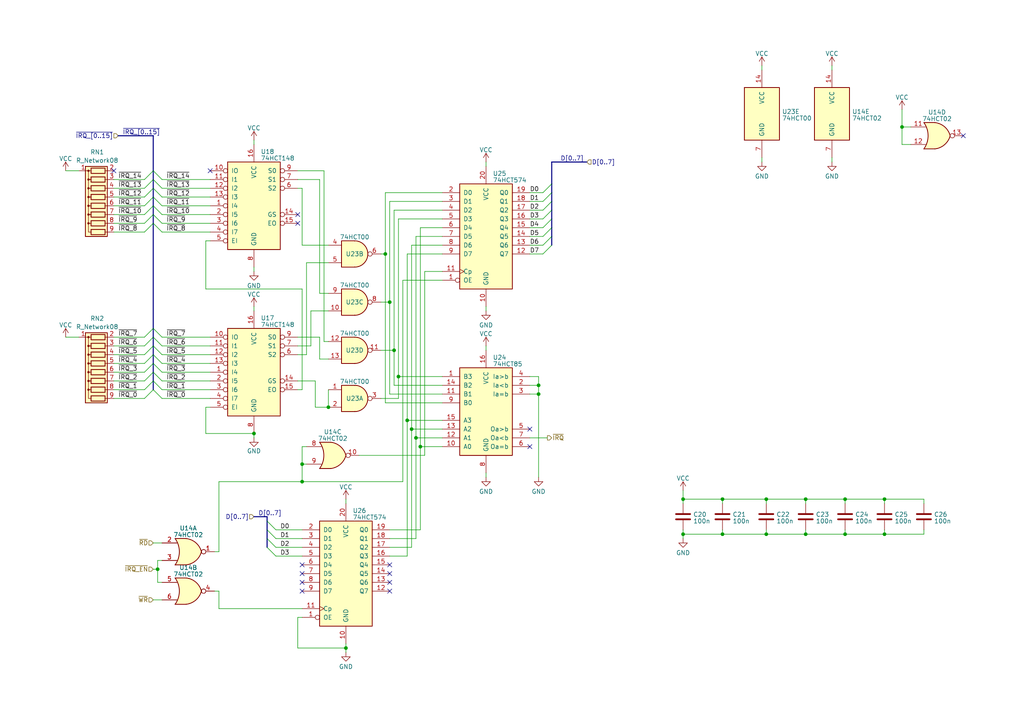
<source format=kicad_sch>
(kicad_sch (version 20231120) (generator "eeschema") (generator_version "8.0")
  (paper "A4")
  (title_block (title "IRQ Handler") (date "2024-02-03") (rev "1") (company "Eric Lind"))
  (lib_symbols
    (symbol "74xx:74HCT02" (pin_names (offset 1.016))
      (property "Reference" "U" (at 0 1.27 0))
      (property "Value" "74HCT02" (at 0 -1.27 0))
      (symbol "74HCT02_1_1"
        (arc (start -3.81 -3.81) (mid -2.589 0) (end -3.81 3.81) (stroke (width 0.254)))
        (arc (start -0.6096 -3.81) (mid 2.1842 -2.5851) (end 3.81 0) (stroke (width 0.254)) (fill (type background)))
        (polyline (pts (xy -3.81 -3.81) (xy -0.635 -3.81)) (stroke (width 0.254)) (fill (type background)))
        (polyline (pts (xy -3.81 3.81) (xy -0.635 3.81)) (stroke (width 0.254)) (fill (type background)))
        (polyline (pts (xy -0.635 3.81) (xy -3.81 3.81) (xy -3.81 3.81) (xy -3.556 3.4036) (xy -3.0226 2.2606) (xy -2.6924 1.0414) (xy -2.6162 -0.254) (xy -2.7686 -1.4986) (xy -3.175 -2.7178) (xy -3.81 -3.81) (xy -3.81 -3.81) (xy -0.635 -3.81)) (stroke (width -25.4)) (fill (type background)))
        (arc (start 3.81 0) (mid 2.1915 2.5936) (end -0.6096 3.81) (stroke (width 0.254)) (fill (type background)))
        (pin output inverted (at 7.62 0 180) (length 3.81) (name "~") (number "1"))
        (pin input line (at -7.62 2.54 0) (length 4.318) (name "~") (number "2"))
        (pin input line (at -7.62 -2.54 0) (length 4.318) (name "~") (number "3"))
      )
      (symbol "74HCT02_1_2"
        (arc (start 0 -3.81) (mid 3.7934 0) (end 0 3.81) (stroke (width 0.254)) (fill (type background)))
        (polyline (pts (xy 0 3.81) (xy -3.81 3.81) (xy -3.81 -3.81) (xy 0 -3.81)) (stroke (width 0.254)) (fill (type background)))
        (pin output line (at 7.62 0 180) (length 3.81) (name "~") (number "1"))
        (pin input inverted (at -7.62 2.54 0) (length 3.81) (name "~") (number "2"))
        (pin input inverted (at -7.62 -2.54 0) (length 3.81) (name "~") (number "3"))
      )
      (symbol "74HCT02_2_1"
        (arc (start -3.81 -3.81) (mid -2.589 0) (end -3.81 3.81) (stroke (width 0.254)))
        (arc (start -0.6096 -3.81) (mid 2.1842 -2.5851) (end 3.81 0) (stroke (width 0.254)) (fill (type background)))
        (polyline (pts (xy -3.81 -3.81) (xy -0.635 -3.81)) (stroke (width 0.254)) (fill (type background)))
        (polyline (pts (xy -3.81 3.81) (xy -0.635 3.81)) (stroke (width 0.254)) (fill (type background)))
        (polyline (pts (xy -0.635 3.81) (xy -3.81 3.81) (xy -3.81 3.81) (xy -3.556 3.4036) (xy -3.0226 2.2606) (xy -2.6924 1.0414) (xy -2.6162 -0.254) (xy -2.7686 -1.4986) (xy -3.175 -2.7178) (xy -3.81 -3.81) (xy -3.81 -3.81) (xy -0.635 -3.81)) (stroke (width -25.4)) (fill (type background)))
        (arc (start 3.81 0) (mid 2.1915 2.5936) (end -0.6096 3.81) (stroke (width 0.254)) (fill (type background)))
        (pin output inverted (at 7.62 0 180) (length 3.81) (name "~") (number "4"))
        (pin input line (at -7.62 2.54 0) (length 4.318) (name "~") (number "5"))
        (pin input line (at -7.62 -2.54 0) (length 4.318) (name "~") (number "6"))
      )
      (symbol "74HCT02_2_2"
        (arc (start 0 -3.81) (mid 3.7934 0) (end 0 3.81) (stroke (width 0.254)) (fill (type background)))
        (polyline (pts (xy 0 3.81) (xy -3.81 3.81) (xy -3.81 -3.81) (xy 0 -3.81)) (stroke (width 0.254)) (fill (type background)))
        (pin output line (at 7.62 0 180) (length 3.81) (name "~") (number "4"))
        (pin input inverted (at -7.62 2.54 0) (length 3.81) (name "~") (number "5"))
        (pin input inverted (at -7.62 -2.54 0) (length 3.81) (name "~") (number "6"))
      )
      (symbol "74HCT02_3_1"
        (arc (start -3.81 -3.81) (mid -2.589 0) (end -3.81 3.81) (stroke (width 0.254)))
        (arc (start -0.6096 -3.81) (mid 2.1842 -2.5851) (end 3.81 0) (stroke (width 0.254)) (fill (type background)))
        (polyline (pts (xy -3.81 -3.81) (xy -0.635 -3.81)) (stroke (width 0.254)) (fill (type background)))
        (polyline (pts (xy -3.81 3.81) (xy -0.635 3.81)) (stroke (width 0.254)) (fill (type background)))
        (polyline (pts (xy -0.635 3.81) (xy -3.81 3.81) (xy -3.81 3.81) (xy -3.556 3.4036) (xy -3.0226 2.2606) (xy -2.6924 1.0414) (xy -2.6162 -0.254) (xy -2.7686 -1.4986) (xy -3.175 -2.7178) (xy -3.81 -3.81) (xy -3.81 -3.81) (xy -0.635 -3.81)) (stroke (width -25.4)) (fill (type background)))
        (arc (start 3.81 0) (mid 2.1915 2.5936) (end -0.6096 3.81) (stroke (width 0.254)) (fill (type background)))
        (pin output inverted (at 7.62 0 180) (length 3.81) (name "~") (number "10"))
        (pin input line (at -7.62 2.54 0) (length 4.318) (name "~") (number "8"))
        (pin input line (at -7.62 -2.54 0) (length 4.318) (name "~") (number "9"))
      )
      (symbol "74HCT02_3_2"
        (arc (start 0 -3.81) (mid 3.7934 0) (end 0 3.81) (stroke (width 0.254)) (fill (type background)))
        (polyline (pts (xy 0 3.81) (xy -3.81 3.81) (xy -3.81 -3.81) (xy 0 -3.81)) (stroke (width 0.254)) (fill (type background)))
        (pin output line (at 7.62 0 180) (length 3.81) (name "~") (number "10"))
        (pin input inverted (at -7.62 2.54 0) (length 3.81) (name "~") (number "8"))
        (pin input inverted (at -7.62 -2.54 0) (length 3.81) (name "~") (number "9"))
      )
      (symbol "74HCT02_4_1"
        (arc (start -3.81 -3.81) (mid -2.589 0) (end -3.81 3.81) (stroke (width 0.254)))
        (arc (start -0.6096 -3.81) (mid 2.1842 -2.5851) (end 3.81 0) (stroke (width 0.254)) (fill (type background)))
        (polyline (pts (xy -3.81 -3.81) (xy -0.635 -3.81)) (stroke (width 0.254)) (fill (type background)))
        (polyline (pts (xy -3.81 3.81) (xy -0.635 3.81)) (stroke (width 0.254)) (fill (type background)))
        (polyline (pts (xy -0.635 3.81) (xy -3.81 3.81) (xy -3.81 3.81) (xy -3.556 3.4036) (xy -3.0226 2.2606) (xy -2.6924 1.0414) (xy -2.6162 -0.254) (xy -2.7686 -1.4986) (xy -3.175 -2.7178) (xy -3.81 -3.81) (xy -3.81 -3.81) (xy -0.635 -3.81)) (stroke (width -25.4)) (fill (type background)))
        (arc (start 3.81 0) (mid 2.1915 2.5936) (end -0.6096 3.81) (stroke (width 0.254)) (fill (type background)))
        (pin input line (at -7.62 2.54 0) (length 4.318) (name "~") (number "11"))
        (pin input line (at -7.62 -2.54 0) (length 4.318) (name "~") (number "12"))
        (pin output inverted (at 7.62 0 180) (length 3.81) (name "~") (number "13"))
      )
      (symbol "74HCT02_4_2"
        (arc (start 0 -3.81) (mid 3.7934 0) (end 0 3.81) (stroke (width 0.254)) (fill (type background)))
        (polyline (pts (xy 0 3.81) (xy -3.81 3.81) (xy -3.81 -3.81) (xy 0 -3.81)) (stroke (width 0.254)) (fill (type background)))
        (pin input inverted (at -7.62 2.54 0) (length 3.81) (name "~") (number "11"))
        (pin input inverted (at -7.62 -2.54 0) (length 3.81) (name "~") (number "12"))
        (pin output line (at 7.62 0 180) (length 3.81) (name "~") (number "13"))
      )
      (symbol "74HCT02_5_0"
        (pin power_in line (at 0 12.7 270) (length 5.08) (name "VCC") (number "14"))
        (pin power_in line (at 0 -12.7 90) (length 5.08) (name "GND") (number "7"))
      )
      (symbol "74HCT02_5_1"
        (rectangle (start -5.08 7.62) (end 5.08 -7.62) (stroke (width 0.254)) (fill (type background)))
      )
    )
    (symbol "74xx:74LS00" (pin_names (offset 1.016))
      (property "Reference" "U" (at 0 1.27 0))
      (property "Value" "74LS00" (at 0 -1.27 0))
      (symbol "74LS00_1_1"
        (arc (start 0 -3.81) (mid 3.7934 0) (end 0 3.81) (stroke (width 0.254)) (fill (type background)))
        (polyline (pts (xy 0 3.81) (xy -3.81 3.81) (xy -3.81 -3.81) (xy 0 -3.81)) (stroke (width 0.254)) (fill (type background)))
        (pin input line (at -7.62 2.54 0) (length 3.81) (name "~") (number "1"))
        (pin input line (at -7.62 -2.54 0) (length 3.81) (name "~") (number "2"))
        (pin output inverted (at 7.62 0 180) (length 3.81) (name "~") (number "3"))
      )
      (symbol "74LS00_1_2"
        (arc (start -3.81 -3.81) (mid -2.589 0) (end -3.81 3.81) (stroke (width 0.254)))
        (arc (start -0.6096 -3.81) (mid 2.1842 -2.5851) (end 3.81 0) (stroke (width 0.254)) (fill (type background)))
        (polyline (pts (xy -3.81 -3.81) (xy -0.635 -3.81)) (stroke (width 0.254)) (fill (type background)))
        (polyline (pts (xy -3.81 3.81) (xy -0.635 3.81)) (stroke (width 0.254)) (fill (type background)))
        (polyline (pts (xy -0.635 3.81) (xy -3.81 3.81) (xy -3.81 3.81) (xy -3.556 3.4036) (xy -3.0226 2.2606) (xy -2.6924 1.0414) (xy -2.6162 -0.254) (xy -2.7686 -1.4986) (xy -3.175 -2.7178) (xy -3.81 -3.81) (xy -3.81 -3.81) (xy -0.635 -3.81)) (stroke (width -25.4)) (fill (type background)))
        (arc (start 3.81 0) (mid 2.1915 2.5936) (end -0.6096 3.81) (stroke (width 0.254)) (fill (type background)))
        (pin input inverted (at -7.62 2.54 0) (length 4.318) (name "~") (number "1"))
        (pin input inverted (at -7.62 -2.54 0) (length 4.318) (name "~") (number "2"))
        (pin output line (at 7.62 0 180) (length 3.81) (name "~") (number "3"))
      )
      (symbol "74LS00_2_1"
        (arc (start 0 -3.81) (mid 3.7934 0) (end 0 3.81) (stroke (width 0.254)) (fill (type background)))
        (polyline (pts (xy 0 3.81) (xy -3.81 3.81) (xy -3.81 -3.81) (xy 0 -3.81)) (stroke (width 0.254)) (fill (type background)))
        (pin input line (at -7.62 2.54 0) (length 3.81) (name "~") (number "4"))
        (pin input line (at -7.62 -2.54 0) (length 3.81) (name "~") (number "5"))
        (pin output inverted (at 7.62 0 180) (length 3.81) (name "~") (number "6"))
      )
      (symbol "74LS00_2_2"
        (arc (start -3.81 -3.81) (mid -2.589 0) (end -3.81 3.81) (stroke (width 0.254)))
        (arc (start -0.6096 -3.81) (mid 2.1842 -2.5851) (end 3.81 0) (stroke (width 0.254)) (fill (type background)))
        (polyline (pts (xy -3.81 -3.81) (xy -0.635 -3.81)) (stroke (width 0.254)) (fill (type background)))
        (polyline (pts (xy -3.81 3.81) (xy -0.635 3.81)) (stroke (width 0.254)) (fill (type background)))
        (polyline (pts (xy -0.635 3.81) (xy -3.81 3.81) (xy -3.81 3.81) (xy -3.556 3.4036) (xy -3.0226 2.2606) (xy -2.6924 1.0414) (xy -2.6162 -0.254) (xy -2.7686 -1.4986) (xy -3.175 -2.7178) (xy -3.81 -3.81) (xy -3.81 -3.81) (xy -0.635 -3.81)) (stroke (width -25.4)) (fill (type background)))
        (arc (start 3.81 0) (mid 2.1915 2.5936) (end -0.6096 3.81) (stroke (width 0.254)) (fill (type background)))
        (pin input inverted (at -7.62 2.54 0) (length 4.318) (name "~") (number "4"))
        (pin input inverted (at -7.62 -2.54 0) (length 4.318) (name "~") (number "5"))
        (pin output line (at 7.62 0 180) (length 3.81) (name "~") (number "6"))
      )
      (symbol "74LS00_3_1"
        (arc (start 0 -3.81) (mid 3.7934 0) (end 0 3.81) (stroke (width 0.254)) (fill (type background)))
        (polyline (pts (xy 0 3.81) (xy -3.81 3.81) (xy -3.81 -3.81) (xy 0 -3.81)) (stroke (width 0.254)) (fill (type background)))
        (pin input line (at -7.62 -2.54 0) (length 3.81) (name "~") (number "10"))
        (pin output inverted (at 7.62 0 180) (length 3.81) (name "~") (number "8"))
        (pin input line (at -7.62 2.54 0) (length 3.81) (name "~") (number "9"))
      )
      (symbol "74LS00_3_2"
        (arc (start -3.81 -3.81) (mid -2.589 0) (end -3.81 3.81) (stroke (width 0.254)))
        (arc (start -0.6096 -3.81) (mid 2.1842 -2.5851) (end 3.81 0) (stroke (width 0.254)) (fill (type background)))
        (polyline (pts (xy -3.81 -3.81) (xy -0.635 -3.81)) (stroke (width 0.254)) (fill (type background)))
        (polyline (pts (xy -3.81 3.81) (xy -0.635 3.81)) (stroke (width 0.254)) (fill (type background)))
        (polyline (pts (xy -0.635 3.81) (xy -3.81 3.81) (xy -3.81 3.81) (xy -3.556 3.4036) (xy -3.0226 2.2606) (xy -2.6924 1.0414) (xy -2.6162 -0.254) (xy -2.7686 -1.4986) (xy -3.175 -2.7178) (xy -3.81 -3.81) (xy -3.81 -3.81) (xy -0.635 -3.81)) (stroke (width -25.4)) (fill (type background)))
        (arc (start 3.81 0) (mid 2.1915 2.5936) (end -0.6096 3.81) (stroke (width 0.254)) (fill (type background)))
        (pin input inverted (at -7.62 -2.54 0) (length 4.318) (name "~") (number "10"))
        (pin output line (at 7.62 0 180) (length 3.81) (name "~") (number "8"))
        (pin input inverted (at -7.62 2.54 0) (length 4.318) (name "~") (number "9"))
      )
      (symbol "74LS00_4_1"
        (arc (start 0 -3.81) (mid 3.7934 0) (end 0 3.81) (stroke (width 0.254)) (fill (type background)))
        (polyline (pts (xy 0 3.81) (xy -3.81 3.81) (xy -3.81 -3.81) (xy 0 -3.81)) (stroke (width 0.254)) (fill (type background)))
        (pin output inverted (at 7.62 0 180) (length 3.81) (name "~") (number "11"))
        (pin input line (at -7.62 2.54 0) (length 3.81) (name "~") (number "12"))
        (pin input line (at -7.62 -2.54 0) (length 3.81) (name "~") (number "13"))
      )
      (symbol "74LS00_4_2"
        (arc (start -3.81 -3.81) (mid -2.589 0) (end -3.81 3.81) (stroke (width 0.254)))
        (arc (start -0.6096 -3.81) (mid 2.1842 -2.5851) (end 3.81 0) (stroke (width 0.254)) (fill (type background)))
        (polyline (pts (xy -3.81 -3.81) (xy -0.635 -3.81)) (stroke (width 0.254)) (fill (type background)))
        (polyline (pts (xy -3.81 3.81) (xy -0.635 3.81)) (stroke (width 0.254)) (fill (type background)))
        (polyline (pts (xy -0.635 3.81) (xy -3.81 3.81) (xy -3.81 3.81) (xy -3.556 3.4036) (xy -3.0226 2.2606) (xy -2.6924 1.0414) (xy -2.6162 -0.254) (xy -2.7686 -1.4986) (xy -3.175 -2.7178) (xy -3.81 -3.81) (xy -3.81 -3.81) (xy -0.635 -3.81)) (stroke (width -25.4)) (fill (type background)))
        (arc (start 3.81 0) (mid 2.1915 2.5936) (end -0.6096 3.81) (stroke (width 0.254)) (fill (type background)))
        (pin output line (at 7.62 0 180) (length 3.81) (name "~") (number "11"))
        (pin input inverted (at -7.62 2.54 0) (length 4.318) (name "~") (number "12"))
        (pin input inverted (at -7.62 -2.54 0) (length 4.318) (name "~") (number "13"))
      )
      (symbol "74LS00_5_0"
        (pin power_in line (at 0 12.7 270) (length 5.08) (name "VCC") (number "14"))
        (pin power_in line (at 0 -12.7 90) (length 5.08) (name "GND") (number "7"))
      )
      (symbol "74LS00_5_1"
        (rectangle (start -5.08 7.62) (end 5.08 -7.62) (stroke (width 0.254)) (fill (type background)))
      )
    )
    (symbol "74xx:74LS148" (pin_names (offset 1.016))
      (property "Reference" "U" (at -7.62 13.97 0))
      (property "Value" "74LS148" (at -7.62 -13.97 0))
      (symbol "74LS148_1_0"
        (pin input inverted (at -12.7 0 0) (length 5.08) (name "I4") (number "1"))
        (pin input inverted (at -12.7 10.16 0) (length 5.08) (name "IO") (number "10"))
        (pin input inverted (at -12.7 7.62 0) (length 5.08) (name "I1") (number "11"))
        (pin input inverted (at -12.7 5.08 0) (length 5.08) (name "I2") (number "12"))
        (pin input inverted (at -12.7 2.54 0) (length 5.08) (name "I3") (number "13"))
        (pin output inverted (at 12.7 -2.54 180) (length 5.08) (name "GS") (number "14"))
        (pin output inverted (at 12.7 -5.08 180) (length 5.08) (name "EO") (number "15"))
        (pin power_in line (at 0 17.78 270) (length 5.08) (name "VCC") (number "16"))
        (pin input inverted (at -12.7 -2.54 0) (length 5.08) (name "I5") (number "2"))
        (pin input inverted (at -12.7 -5.08 0) (length 5.08) (name "I6") (number "3"))
        (pin input inverted (at -12.7 -7.62 0) (length 5.08) (name "I7") (number "4"))
        (pin input inverted (at -12.7 -10.16 0) (length 5.08) (name "EI") (number "5"))
        (pin output inverted (at 12.7 5.08 180) (length 5.08) (name "S2") (number "6"))
        (pin output inverted (at 12.7 7.62 180) (length 5.08) (name "S1") (number "7"))
        (pin power_in line (at 0 -17.78 90) (length 5.08) (name "GND") (number "8"))
        (pin output inverted (at 12.7 10.16 180) (length 5.08) (name "S0") (number "9"))
      )
      (symbol "74LS148_1_1"
        (rectangle (start -7.62 12.7) (end 7.62 -12.7) (stroke (width 0.254)) (fill (type background)))
      )
    )
    (symbol "74xx:74LS574" (pin_names (offset 1.016))
      (property "Reference" "U" (at -7.62 16.51 0))
      (property "Value" "74LS574" (at -7.62 -16.51 0))
      (symbol "74LS574_1_0"
        (pin input inverted (at -12.7 -12.7 0) (length 5.08) (name "OE") (number "1"))
        (pin power_in line (at 0 -20.32 90) (length 5.08) (name "GND") (number "10"))
        (pin input clock (at -12.7 -10.16 0) (length 5.08) (name "Cp") (number "11"))
        (pin tri_state line (at 12.7 -5.08 180) (length 5.08) (name "Q7") (number "12"))
        (pin tri_state line (at 12.7 -2.54 180) (length 5.08) (name "Q6") (number "13"))
        (pin tri_state line (at 12.7 0 180) (length 5.08) (name "Q5") (number "14"))
        (pin tri_state line (at 12.7 2.54 180) (length 5.08) (name "Q4") (number "15"))
        (pin tri_state line (at 12.7 5.08 180) (length 5.08) (name "Q3") (number "16"))
        (pin tri_state line (at 12.7 7.62 180) (length 5.08) (name "Q2") (number "17"))
        (pin tri_state line (at 12.7 10.16 180) (length 5.08) (name "Q1") (number "18"))
        (pin tri_state line (at 12.7 12.7 180) (length 5.08) (name "Q0") (number "19"))
        (pin input line (at -12.7 12.7 0) (length 5.08) (name "D0") (number "2"))
        (pin power_in line (at 0 20.32 270) (length 5.08) (name "VCC") (number "20"))
        (pin input line (at -12.7 10.16 0) (length 5.08) (name "D1") (number "3"))
        (pin input line (at -12.7 7.62 0) (length 5.08) (name "D2") (number "4"))
        (pin input line (at -12.7 5.08 0) (length 5.08) (name "D3") (number "5"))
        (pin input line (at -12.7 2.54 0) (length 5.08) (name "D4") (number "6"))
        (pin input line (at -12.7 0 0) (length 5.08) (name "D5") (number "7"))
        (pin input line (at -12.7 -2.54 0) (length 5.08) (name "D6") (number "8"))
        (pin input line (at -12.7 -5.08 0) (length 5.08) (name "D7") (number "9"))
      )
      (symbol "74LS574_1_1"
        (rectangle (start -7.62 15.24) (end 7.62 -15.24) (stroke (width 0.254)) (fill (type background)))
      )
    )
    (symbol "74xx:74LS85" (pin_names (offset 1.016))
      (property "Reference" "U" (at -7.62 13.97 0))
      (property "Value" "74LS85" (at -7.62 -13.97 0))
      (symbol "74LS85_1_0"
        (pin input line (at -12.7 10.16 0) (length 5.08) (name "B3") (number "1"))
        (pin input line (at -12.7 -10.16 0) (length 5.08) (name "A0") (number "10"))
        (pin input line (at -12.7 5.08 0) (length 5.08) (name "B1") (number "11"))
        (pin input line (at -12.7 -7.62 0) (length 5.08) (name "A1") (number "12"))
        (pin input line (at -12.7 -5.08 0) (length 5.08) (name "A2") (number "13"))
        (pin input line (at -12.7 7.62 0) (length 5.08) (name "B2") (number "14"))
        (pin input line (at -12.7 -2.54 0) (length 5.08) (name "A3") (number "15"))
        (pin power_in line (at 0 17.78 270) (length 5.08) (name "VCC") (number "16"))
        (pin input line (at 12.7 7.62 180) (length 5.08) (name "Ia<b") (number "2"))
        (pin input line (at 12.7 5.08 180) (length 5.08) (name "Ia=b") (number "3"))
        (pin input line (at 12.7 10.16 180) (length 5.08) (name "Ia>b") (number "4"))
        (pin output line (at 12.7 -5.08 180) (length 5.08) (name "Oa>b") (number "5"))
        (pin output line (at 12.7 -10.16 180) (length 5.08) (name "Oa=b") (number "6"))
        (pin output line (at 12.7 -7.62 180) (length 5.08) (name "Oa<b") (number "7"))
        (pin power_in line (at 0 -17.78 90) (length 5.08) (name "GND") (number "8"))
        (pin input line (at -12.7 2.54 0) (length 5.08) (name "B0") (number "9"))
      )
      (symbol "74LS85_1_1"
        (rectangle (start -7.62 12.7) (end 7.62 -12.7) (stroke (width 0.254)) (fill (type background)))
      )
    )
    (symbol "Device:C" (pin_numbers hide) (pin_names (offset 0.254))
      (property "Reference" "C" (at 0.635 2.54 0))
      (property "Value" "C" (at 0.635 -2.54 0))
      (symbol "C_0_1"
        (polyline (pts (xy -2.032 -0.762) (xy 2.032 -0.762)) (stroke (width 0.508)))
        (polyline (pts (xy -2.032 0.762) (xy 2.032 0.762)) (stroke (width 0.508)))
      )
      (symbol "C_1_1"
        (pin passive line (at 0 3.81 270) (length 2.794) (name "~") (number "1"))
        (pin passive line (at 0 -3.81 90) (length 2.794) (name "~") (number "2"))
      )
    )
    (symbol "Device:R_Network08" (pin_names (offset 0) hide)
      (property "Reference" "RN" (at -12.7 0 90))
      (property "Value" "R_Network08" (at 10.16 0 90))
      (symbol "R_Network08_0_1"
        (rectangle (start -11.43 -3.175) (end 8.89 3.175) (stroke (width 0.254)) (fill (type background)))
        (rectangle (start -10.922 1.524) (end -9.398 -2.54) (stroke (width 0.254)))
        (circle (center -10.16 2.286) (radius 0.254) (fill (type outline)))
        (rectangle (start -8.382 1.524) (end -6.858 -2.54) (stroke (width 0.254)))
        (circle (center -7.62 2.286) (radius 0.254) (fill (type outline)))
        (rectangle (start -5.842 1.524) (end -4.318 -2.54) (stroke (width 0.254)))
        (circle (center -5.08 2.286) (radius 0.254) (fill (type outline)))
        (rectangle (start -3.302 1.524) (end -1.778 -2.54) (stroke (width 0.254)))
        (circle (center -2.54 2.286) (radius 0.254) (fill (type outline)))
        (rectangle (start -0.762 1.524) (end 0.762 -2.54) (stroke (width 0.254)))
        (polyline (pts (xy -10.16 -2.54) (xy -10.16 -3.81)))
        (polyline (pts (xy -7.62 -2.54) (xy -7.62 -3.81)))
        (polyline (pts (xy -5.08 -2.54) (xy -5.08 -3.81)))
        (polyline (pts (xy -2.54 -2.54) (xy -2.54 -3.81)))
        (polyline (pts (xy 0 -2.54) (xy 0 -3.81)))
        (polyline (pts (xy 2.54 -2.54) (xy 2.54 -3.81)))
        (polyline (pts (xy 5.08 -2.54) (xy 5.08 -3.81)))
        (polyline (pts (xy 7.62 -2.54) (xy 7.62 -3.81)))
        (polyline (pts (xy -10.16 1.524) (xy -10.16 2.286) (xy -7.62 2.286) (xy -7.62 1.524)))
        (polyline (pts (xy -7.62 1.524) (xy -7.62 2.286) (xy -5.08 2.286) (xy -5.08 1.524)))
        (polyline (pts (xy -5.08 1.524) (xy -5.08 2.286) (xy -2.54 2.286) (xy -2.54 1.524)))
        (polyline (pts (xy -2.54 1.524) (xy -2.54 2.286) (xy 0 2.286) (xy 0 1.524)))
        (polyline (pts (xy 0 1.524) (xy 0 2.286) (xy 2.54 2.286) (xy 2.54 1.524)))
        (polyline (pts (xy 2.54 1.524) (xy 2.54 2.286) (xy 5.08 2.286) (xy 5.08 1.524)))
        (polyline (pts (xy 5.08 1.524) (xy 5.08 2.286) (xy 7.62 2.286) (xy 7.62 1.524)))
        (circle (center 0 2.286) (radius 0.254) (fill (type outline)))
        (rectangle (start 1.778 1.524) (end 3.302 -2.54) (stroke (width 0.254)))
        (circle (center 2.54 2.286) (radius 0.254) (fill (type outline)))
        (rectangle (start 4.318 1.524) (end 5.842 -2.54) (stroke (width 0.254)))
        (circle (center 5.08 2.286) (radius 0.254) (fill (type outline)))
        (rectangle (start 6.858 1.524) (end 8.382 -2.54) (stroke (width 0.254)))
      )
      (symbol "R_Network08_1_1"
        (pin passive line (at -10.16 5.08 270) (length 2.54) (name "common") (number "1"))
        (pin passive line (at -10.16 -5.08 90) (length 1.27) (name "R1") (number "2"))
        (pin passive line (at -7.62 -5.08 90) (length 1.27) (name "R2") (number "3"))
        (pin passive line (at -5.08 -5.08 90) (length 1.27) (name "R3") (number "4"))
        (pin passive line (at -2.54 -5.08 90) (length 1.27) (name "R4") (number "5"))
        (pin passive line (at 0 -5.08 90) (length 1.27) (name "R5") (number "6"))
        (pin passive line (at 2.54 -5.08 90) (length 1.27) (name "R6") (number "7"))
        (pin passive line (at 5.08 -5.08 90) (length 1.27) (name "R7") (number "8"))
        (pin passive line (at 7.62 -5.08 90) (length 1.27) (name "R8") (number "9"))
      )
    )
    (symbol "power:GND" (power) (pin_names (offset 0))
      (property "Value" "GND" (at 0 -3.81 0))
      (symbol "GND_0_1"
        (polyline (pts (xy 0 0) (xy 0 -1.27) (xy 1.27 -1.27) (xy 0 -2.54) (xy -1.27 -1.27) (xy 0 -1.27)))
      )
      (symbol "GND_1_1"
        (pin power_in line (at 0 0 270) (length 0) hide (name "GND") (number "1"))
      )
    )
    (symbol "power:VCC" (power) (pin_names (offset 0))
      (property "Value" "VCC" (at 0 3.81 0))
      (symbol "VCC_0_1"
        (polyline (pts (xy -0.762 1.27) (xy 0 2.54)))
        (polyline (pts (xy 0 0) (xy 0 2.54)))
        (polyline (pts (xy 0 2.54) (xy 0.762 1.27)))
      )
      (symbol "VCC_1_1"
        (pin power_in line (at 0 0 90) (length 0) hide (name "VCC") (number "1"))
      )
    )
  )
  (junction (at 209.55 154.94))
  (junction (at 119.38 124.46))
  (junction (at 233.68 154.94))
  (junction (at 95.25 118.11))
  (junction (at 115.57 109.22))
  (junction (at 209.55 144.78))
  (junction (at 245.11 154.94))
  (junction (at 100.33 187.96))
  (junction (at 73.66 125.73))
  (junction (at 261.62 36.83))
  (junction (at 45.72 165.1))
  (junction (at 198.12 154.94))
  (junction (at 87.63 139.7))
  (junction (at 198.12 144.78))
  (junction (at 111.76 73.66))
  (junction (at 156.21 114.3))
  (junction (at 222.25 144.78))
  (junction (at 233.68 144.78))
  (junction (at 114.3 101.6))
  (junction (at 256.54 154.94))
  (junction (at 156.21 111.76))
  (junction (at 256.54 144.78))
  (junction (at 87.63 134.62))
  (junction (at 120.65 127))
  (junction (at 113.03 87.63))
  (junction (at 222.25 154.94))
  (junction (at 121.92 129.54))
  (junction (at 245.11 144.78))
  (junction (at 118.11 121.92))
  (no_connect (at 87.63 163.83))
  (no_connect (at 153.67 124.46))
  (no_connect (at 113.03 166.37))
  (no_connect (at 87.63 168.91))
  (no_connect (at 86.36 64.77))
  (no_connect (at 113.03 163.83))
  (no_connect (at 279.4 39.37))
  (no_connect (at 153.67 129.54))
  (no_connect (at 33.02 49.53))
  (no_connect (at 113.03 171.45))
  (no_connect (at 60.96 49.53))
  (no_connect (at 87.63 166.37))
  (no_connect (at 86.36 62.23))
  (no_connect (at 113.03 168.91))
  (no_connect (at 87.63 171.45))
  (bus_entry (at 160.02 53.34) (size -2.54 2.54))
  (bus_entry (at 41.91 54.61) (size 2.54 -2.54))
  (bus_entry (at 44.45 100.33) (size 2.54 2.54))
  (bus_entry (at 44.45 59.69) (size 2.54 2.54))
  (bus_entry (at 41.91 67.31) (size 2.54 -2.54))
  (bus_entry (at 41.91 102.87) (size 2.54 -2.54))
  (bus_entry (at 44.45 49.53) (size 2.54 2.54))
  (bus_entry (at 41.91 110.49) (size 2.54 -2.54))
  (bus_entry (at 44.45 107.95) (size 2.54 2.54))
  (bus_entry (at 44.45 64.77) (size 2.54 2.54))
  (bus_entry (at 44.45 52.07) (size 2.54 2.54))
  (bus_entry (at 44.45 54.61) (size 2.54 2.54))
  (bus_entry (at 41.91 62.23) (size 2.54 -2.54))
  (bus_entry (at 41.91 107.95) (size 2.54 -2.54))
  (bus_entry (at 44.45 110.49) (size 2.54 2.54))
  (bus_entry (at 77.47 156.21) (size 2.54 2.54))
  (bus_entry (at 41.91 52.07) (size 2.54 -2.54))
  (bus_entry (at 77.47 158.75) (size 2.54 2.54))
  (bus_entry (at 77.47 151.13) (size 2.54 2.54))
  (bus_entry (at 160.02 63.5) (size -2.54 2.54))
  (bus_entry (at 41.91 105.41) (size 2.54 -2.54))
  (bus_entry (at 44.45 97.79) (size 2.54 2.54))
  (bus_entry (at 41.91 97.79) (size 2.54 -2.54))
  (bus_entry (at 41.91 64.77) (size 2.54 -2.54))
  (bus_entry (at 44.45 113.03) (size 2.54 2.54))
  (bus_entry (at 44.45 57.15) (size 2.54 2.54))
  (bus_entry (at 44.45 102.87) (size 2.54 2.54))
  (bus_entry (at 41.91 57.15) (size 2.54 -2.54))
  (bus_entry (at 41.91 115.57) (size 2.54 -2.54))
  (bus_entry (at 44.45 105.41) (size 2.54 2.54))
  (bus_entry (at 41.91 100.33) (size 2.54 -2.54))
  (bus_entry (at 77.47 153.67) (size 2.54 2.54))
  (bus_entry (at 160.02 71.12) (size -2.54 2.54))
  (bus_entry (at 44.45 62.23) (size 2.54 2.54))
  (bus_entry (at 160.02 55.88) (size -2.54 2.54))
  (bus_entry (at 41.91 59.69) (size 2.54 -2.54))
  (bus_entry (at 160.02 60.96) (size -2.54 2.54))
  (bus_entry (at 160.02 68.58) (size -2.54 2.54))
  (bus_entry (at 160.02 58.42) (size -2.54 2.54))
  (bus_entry (at 160.02 66.04) (size -2.54 2.54))
  (bus_entry (at 41.91 113.03) (size 2.54 -2.54))
  (bus_entry (at 44.45 95.25) (size 2.54 2.54))
  (wire (pts (xy 120.65 127) (xy 120.65 156.21)))
  (wire (pts (xy 33.02 59.69) (xy 41.91 59.69)))
  (wire (pts (xy 153.67 60.96) (xy 157.48 60.96)))
  (wire (pts (xy 46.99 54.61) (xy 60.96 54.61)))
  (wire (pts (xy 95.25 104.14) (xy 92.71 104.14)))
  (wire (pts (xy 80.01 153.67) (xy 87.63 153.67)))
  (wire (pts (xy 104.14 132.08) (xy 123.19 132.08)))
  (bus (pts (xy 160.02 71.12) (xy 160.02 68.58)))
  (wire (pts (xy 33.02 115.57) (xy 41.91 115.57)))
  (wire (pts (xy 113.03 156.21) (xy 120.65 156.21)))
  (wire (pts (xy 73.66 40.64) (xy 73.66 41.91)))
  (wire (pts (xy 93.98 49.53) (xy 86.36 49.53)))
  (wire (pts (xy 33.02 64.77) (xy 41.91 64.77)))
  (wire (pts (xy 87.63 54.61) (xy 86.36 54.61)))
  (wire (pts (xy 121.92 129.54) (xy 121.92 66.04)))
  (bus (pts (xy 34.29 39.37) (xy 44.45 39.37)))
  (wire (pts (xy 86.36 179.07) (xy 87.63 179.07)))
  (wire (pts (xy 100.33 144.78) (xy 100.33 146.05)))
  (bus (pts (xy 160.02 63.5) (xy 160.02 60.96)))
  (wire (pts (xy 261.62 36.83) (xy 264.16 36.83)))
  (wire (pts (xy 153.67 109.22) (xy 156.21 109.22)))
  (wire (pts (xy 90.17 100.33) (xy 86.36 100.33)))
  (wire (pts (xy 114.3 101.6) (xy 114.3 60.96)))
  (wire (pts (xy 80.01 158.75) (xy 87.63 158.75)))
  (wire (pts (xy 261.62 36.83) (xy 261.62 41.91)))
  (wire (pts (xy 113.03 58.42) (xy 113.03 87.63)))
  (wire (pts (xy 241.3 45.72) (xy 241.3 46.99)))
  (wire (pts (xy 110.49 115.57) (xy 115.57 115.57)))
  (wire (pts (xy 44.45 165.1) (xy 45.72 165.1)))
  (wire (pts (xy 88.9 102.87) (xy 88.9 76.2)))
  (wire (pts (xy 46.99 57.15) (xy 60.96 57.15)))
  (wire (pts (xy 33.02 62.23) (xy 41.91 62.23)))
  (bus (pts (xy 44.45 107.95) (xy 44.45 110.49)))
  (wire (pts (xy 153.67 127) (xy 158.75 127)))
  (wire (pts (xy 245.11 144.78) (xy 256.54 144.78)))
  (wire (pts (xy 95.25 90.17) (xy 90.17 90.17)))
  (wire (pts (xy 140.97 46.99) (xy 140.97 48.26)))
  (wire (pts (xy 267.97 146.05) (xy 267.97 144.78)))
  (wire (pts (xy 128.27 116.84) (xy 111.76 116.84)))
  (wire (pts (xy 156.21 109.22) (xy 156.21 111.76)))
  (wire (pts (xy 33.02 52.07) (xy 41.91 52.07)))
  (wire (pts (xy 46.99 52.07) (xy 60.96 52.07)))
  (wire (pts (xy 140.97 137.16) (xy 140.97 138.43)))
  (bus (pts (xy 44.45 97.79) (xy 44.45 100.33)))
  (wire (pts (xy 92.71 52.07) (xy 92.71 85.09)))
  (wire (pts (xy 116.84 81.28) (xy 128.27 81.28)))
  (wire (pts (xy 33.02 110.49) (xy 41.91 110.49)))
  (wire (pts (xy 92.71 85.09) (xy 95.25 85.09)))
  (bus (pts (xy 44.45 54.61) (xy 44.45 57.15)))
  (wire (pts (xy 45.72 162.56) (xy 45.72 165.1)))
  (wire (pts (xy 123.19 132.08) (xy 123.19 78.74)))
  (wire (pts (xy 153.67 73.66) (xy 157.48 73.66)))
  (bus (pts (xy 44.45 105.41) (xy 44.45 107.95)))
  (wire (pts (xy 46.99 107.95) (xy 60.96 107.95)))
  (bus (pts (xy 160.02 66.04) (xy 160.02 63.5)))
  (bus (pts (xy 44.45 39.37) (xy 44.45 49.53)))
  (wire (pts (xy 128.27 111.76) (xy 114.3 111.76)))
  (wire (pts (xy 73.66 88.9) (xy 73.66 90.17)))
  (bus (pts (xy 44.45 95.25) (xy 44.45 97.79)))
  (wire (pts (xy 33.02 54.61) (xy 41.91 54.61)))
  (wire (pts (xy 86.36 52.07) (xy 92.71 52.07)))
  (wire (pts (xy 118.11 121.92) (xy 128.27 121.92)))
  (wire (pts (xy 80.01 156.21) (xy 87.63 156.21)))
  (wire (pts (xy 87.63 129.54) (xy 88.9 129.54)))
  (wire (pts (xy 95.25 118.11) (xy 91.44 118.11)))
  (wire (pts (xy 45.72 168.91) (xy 45.72 165.1)))
  (wire (pts (xy 87.63 134.62) (xy 88.9 134.62)))
  (wire (pts (xy 33.02 105.41) (xy 41.91 105.41)))
  (wire (pts (xy 46.99 105.41) (xy 60.96 105.41)))
  (bus (pts (xy 77.47 151.13) (xy 77.47 149.86)))
  (wire (pts (xy 110.49 101.6) (xy 114.3 101.6)))
  (wire (pts (xy 95.25 71.12) (xy 87.63 71.12)))
  (wire (pts (xy 44.45 157.48) (xy 46.99 157.48)))
  (wire (pts (xy 198.12 154.94) (xy 198.12 156.21)))
  (wire (pts (xy 256.54 154.94) (xy 267.97 154.94)))
  (wire (pts (xy 115.57 63.5) (xy 115.57 109.22)))
  (wire (pts (xy 209.55 144.78) (xy 222.25 144.78)))
  (wire (pts (xy 198.12 154.94) (xy 209.55 154.94)))
  (bus (pts (xy 160.02 68.58) (xy 160.02 66.04)))
  (wire (pts (xy 33.02 100.33) (xy 41.91 100.33)))
  (wire (pts (xy 91.44 118.11) (xy 91.44 110.49)))
  (wire (pts (xy 87.63 139.7) (xy 63.5 139.7)))
  (wire (pts (xy 88.9 76.2) (xy 95.25 76.2)))
  (wire (pts (xy 116.84 81.28) (xy 116.84 139.7)))
  (wire (pts (xy 59.69 125.73) (xy 73.66 125.73)))
  (bus (pts (xy 44.45 62.23) (xy 44.45 64.77)))
  (wire (pts (xy 233.68 144.78) (xy 245.11 144.78)))
  (wire (pts (xy 110.49 73.66) (xy 111.76 73.66)))
  (wire (pts (xy 46.99 64.77) (xy 60.96 64.77)))
  (wire (pts (xy 80.01 161.29) (xy 87.63 161.29)))
  (bus (pts (xy 160.02 53.34) (xy 160.02 46.99)))
  (wire (pts (xy 156.21 114.3) (xy 156.21 138.43)))
  (wire (pts (xy 198.12 144.78) (xy 198.12 146.05)))
  (wire (pts (xy 140.97 100.33) (xy 140.97 101.6)))
  (bus (pts (xy 44.45 110.49) (xy 44.45 113.03)))
  (wire (pts (xy 153.67 71.12) (xy 157.48 71.12)))
  (wire (pts (xy 261.62 41.91) (xy 264.16 41.91)))
  (wire (pts (xy 120.65 127) (xy 128.27 127)))
  (wire (pts (xy 87.63 139.7) (xy 116.84 139.7)))
  (wire (pts (xy 33.02 102.87) (xy 41.91 102.87)))
  (wire (pts (xy 220.98 19.05) (xy 220.98 20.32)))
  (wire (pts (xy 245.11 154.94) (xy 245.11 153.67)))
  (wire (pts (xy 46.99 67.31) (xy 60.96 67.31)))
  (bus (pts (xy 44.45 102.87) (xy 44.45 105.41)))
  (wire (pts (xy 60.96 69.85) (xy 59.69 69.85)))
  (wire (pts (xy 111.76 73.66) (xy 111.76 55.88)))
  (wire (pts (xy 198.12 144.78) (xy 209.55 144.78)))
  (wire (pts (xy 153.67 58.42) (xy 157.48 58.42)))
  (wire (pts (xy 245.11 144.78) (xy 245.11 146.05)))
  (bus (pts (xy 160.02 60.96) (xy 160.02 58.42)))
  (wire (pts (xy 91.44 110.49) (xy 86.36 110.49)))
  (bus (pts (xy 44.45 57.15) (xy 44.45 59.69)))
  (bus (pts (xy 44.45 52.07) (xy 44.45 54.61)))
  (bus (pts (xy 77.47 153.67) (xy 77.47 151.13)))
  (wire (pts (xy 46.99 62.23) (xy 60.96 62.23)))
  (bus (pts (xy 160.02 58.42) (xy 160.02 55.88)))
  (wire (pts (xy 59.69 69.85) (xy 59.69 83.82)))
  (wire (pts (xy 113.03 87.63) (xy 113.03 114.3)))
  (wire (pts (xy 121.92 129.54) (xy 121.92 153.67)))
  (wire (pts (xy 153.67 63.5) (xy 157.48 63.5)))
  (wire (pts (xy 46.99 162.56) (xy 45.72 162.56)))
  (wire (pts (xy 33.02 113.03) (xy 41.91 113.03)))
  (wire (pts (xy 33.02 57.15) (xy 41.91 57.15)))
  (wire (pts (xy 33.02 67.31) (xy 41.91 67.31)))
  (bus (pts (xy 160.02 46.99) (xy 170.18 46.99)))
  (wire (pts (xy 222.25 144.78) (xy 222.25 146.05)))
  (wire (pts (xy 46.99 168.91) (xy 45.72 168.91)))
  (wire (pts (xy 209.55 154.94) (xy 222.25 154.94)))
  (wire (pts (xy 63.5 160.02) (xy 63.5 139.7)))
  (wire (pts (xy 118.11 73.66) (xy 128.27 73.66)))
  (wire (pts (xy 120.65 68.58) (xy 128.27 68.58)))
  (wire (pts (xy 153.67 68.58) (xy 157.48 68.58)))
  (wire (pts (xy 95.25 113.03) (xy 95.25 118.11)))
  (wire (pts (xy 115.57 109.22) (xy 115.57 115.57)))
  (wire (pts (xy 119.38 124.46) (xy 128.27 124.46)))
  (bus (pts (xy 73.66 149.86) (xy 77.47 149.86)))
  (wire (pts (xy 46.99 110.49) (xy 60.96 110.49)))
  (bus (pts (xy 44.45 59.69) (xy 44.45 62.23)))
  (wire (pts (xy 128.27 58.42) (xy 113.03 58.42)))
  (wire (pts (xy 86.36 102.87) (xy 88.9 102.87)))
  (wire (pts (xy 120.65 127) (xy 120.65 68.58)))
  (wire (pts (xy 209.55 154.94) (xy 209.55 153.67)))
  (wire (pts (xy 62.23 160.02) (xy 63.5 160.02)))
  (wire (pts (xy 63.5 171.45) (xy 62.23 171.45)))
  (wire (pts (xy 209.55 144.78) (xy 209.55 146.05)))
  (wire (pts (xy 113.03 114.3) (xy 128.27 114.3)))
  (wire (pts (xy 128.27 63.5) (xy 115.57 63.5)))
  (bus (pts (xy 77.47 158.75) (xy 77.47 156.21)))
  (wire (pts (xy 233.68 154.94) (xy 233.68 153.67)))
  (wire (pts (xy 261.62 31.75) (xy 261.62 36.83)))
  (wire (pts (xy 222.25 154.94) (xy 222.25 153.67)))
  (wire (pts (xy 46.99 59.69) (xy 60.96 59.69)))
  (wire (pts (xy 114.3 111.76) (xy 114.3 101.6)))
  (wire (pts (xy 95.25 99.06) (xy 93.98 99.06)))
  (wire (pts (xy 113.03 158.75) (xy 119.38 158.75)))
  (wire (pts (xy 33.02 97.79) (xy 41.91 97.79)))
  (wire (pts (xy 115.57 109.22) (xy 128.27 109.22)))
  (wire (pts (xy 100.33 187.96) (xy 100.33 189.23)))
  (wire (pts (xy 73.66 77.47) (xy 73.66 78.74)))
  (wire (pts (xy 86.36 179.07) (xy 86.36 187.96)))
  (wire (pts (xy 256.54 154.94) (xy 256.54 153.67)))
  (wire (pts (xy 118.11 161.29) (xy 118.11 121.92)))
  (wire (pts (xy 119.38 71.12) (xy 128.27 71.12)))
  (wire (pts (xy 44.45 173.99) (xy 46.99 173.99)))
  (wire (pts (xy 92.71 97.79) (xy 86.36 97.79)))
  (wire (pts (xy 140.97 88.9) (xy 140.97 90.17)))
  (bus (pts (xy 160.02 55.88) (xy 160.02 53.34)))
  (wire (pts (xy 233.68 154.94) (xy 245.11 154.94)))
  (wire (pts (xy 110.49 87.63) (xy 113.03 87.63)))
  (wire (pts (xy 46.99 100.33) (xy 60.96 100.33)))
  (bus (pts (xy 44.45 64.77) (xy 44.45 95.25)))
  (wire (pts (xy 153.67 114.3) (xy 156.21 114.3)))
  (wire (pts (xy 86.36 113.03) (xy 87.63 113.03)))
  (wire (pts (xy 156.21 111.76) (xy 156.21 114.3)))
  (wire (pts (xy 119.38 158.75) (xy 119.38 124.46)))
  (wire (pts (xy 153.67 66.04) (xy 157.48 66.04)))
  (wire (pts (xy 111.76 116.84) (xy 111.76 73.66)))
  (wire (pts (xy 46.99 97.79) (xy 60.96 97.79)))
  (wire (pts (xy 119.38 124.46) (xy 119.38 71.12)))
  (wire (pts (xy 87.63 83.82) (xy 87.63 113.03)))
  (wire (pts (xy 114.3 60.96) (xy 128.27 60.96)))
  (wire (pts (xy 93.98 99.06) (xy 93.98 49.53)))
  (wire (pts (xy 46.99 115.57) (xy 60.96 115.57)))
  (wire (pts (xy 245.11 154.94) (xy 256.54 154.94)))
  (wire (pts (xy 63.5 176.53) (xy 87.63 176.53)))
  (bus (pts (xy 77.47 156.21) (xy 77.47 153.67)))
  (wire (pts (xy 153.67 111.76) (xy 156.21 111.76)))
  (wire (pts (xy 256.54 144.78) (xy 267.97 144.78)))
  (wire (pts (xy 19.05 49.53) (xy 22.86 49.53)))
  (wire (pts (xy 92.71 104.14) (xy 92.71 97.79)))
  (wire (pts (xy 33.02 107.95) (xy 41.91 107.95)))
  (wire (pts (xy 63.5 176.53) (xy 63.5 171.45)))
  (wire (pts (xy 87.63 139.7) (xy 87.63 134.62)))
  (wire (pts (xy 59.69 83.82) (xy 87.63 83.82)))
  (wire (pts (xy 113.03 161.29) (xy 118.11 161.29)))
  (wire (pts (xy 222.25 154.94) (xy 233.68 154.94)))
  (wire (pts (xy 86.36 187.96) (xy 100.33 187.96)))
  (wire (pts (xy 46.99 102.87) (xy 60.96 102.87)))
  (wire (pts (xy 123.19 78.74) (xy 128.27 78.74)))
  (wire (pts (xy 59.69 118.11) (xy 59.69 125.73)))
  (wire (pts (xy 90.17 90.17) (xy 90.17 100.33)))
  (wire (pts (xy 267.97 153.67) (xy 267.97 154.94)))
  (wire (pts (xy 118.11 73.66) (xy 118.11 121.92)))
  (wire (pts (xy 73.66 125.73) (xy 73.66 127)))
  (wire (pts (xy 256.54 144.78) (xy 256.54 146.05)))
  (wire (pts (xy 46.99 113.03) (xy 60.96 113.03)))
  (wire (pts (xy 153.67 55.88) (xy 157.48 55.88)))
  (wire (pts (xy 121.92 66.04) (xy 128.27 66.04)))
  (bus (pts (xy 44.45 49.53) (xy 44.45 52.07)))
  (wire (pts (xy 222.25 144.78) (xy 233.68 144.78)))
  (wire (pts (xy 87.63 71.12) (xy 87.63 54.61)))
  (wire (pts (xy 60.96 118.11) (xy 59.69 118.11)))
  (wire (pts (xy 241.3 19.05) (xy 241.3 20.32)))
  (wire (pts (xy 220.98 45.72) (xy 220.98 46.99)))
  (wire (pts (xy 233.68 144.78) (xy 233.68 146.05)))
  (wire (pts (xy 198.12 142.24) (xy 198.12 144.78)))
  (wire (pts (xy 19.05 97.79) (xy 22.86 97.79)))
  (wire (pts (xy 113.03 153.67) (xy 121.92 153.67)))
  (wire (pts (xy 198.12 153.67) (xy 198.12 154.94)))
  (wire (pts (xy 121.92 129.54) (xy 128.27 129.54)))
  (wire (pts (xy 87.63 134.62) (xy 87.63 129.54)))
  (wire (pts (xy 111.76 55.88) (xy 128.27 55.88)))
  (wire (pts (xy 100.33 186.69) (xy 100.33 187.96)))
  (bus (pts (xy 44.45 100.33) (xy 44.45 102.87)))
  (label "~{IRQ_9}" (at 34.29 64.77 0))
  (label "~{IRQ_4}" (at 34.29 105.41 0))
  (label "~{IRQ_6}" (at 48.26 100.33 0))
  (label "D1" (at 153.67 58.42 0))
  (label "~{IRQ_2}" (at 34.29 110.49 0))
  (label "D3" (at 81.28 161.29 0))
  (label "D7" (at 153.67 73.66 0))
  (label "~{IRQ_5}" (at 34.29 102.87 0))
  (label "D4" (at 153.67 66.04 0))
  (label "~{IRQ_14}" (at 48.26 52.07 0))
  (label "~{IRQ_3}" (at 48.26 107.95 0))
  (label "~{IRQ_13}" (at 48.26 54.61 0))
  (label "D2" (at 81.28 158.75 0))
  (label "D[0..7]" (at 162.56 46.99 0))
  (label "~{IRQ_4}" (at 48.26 105.41 0))
  (label "D1" (at 81.28 156.21 0))
  (label "~{IRQ_9}" (at 48.26 64.77 0))
  (label "~{IRQ_10}" (at 48.26 62.23 0))
  (label "~{IRQ_7}" (at 48.26 97.79 0))
  (label "D6" (at 153.67 71.12 0))
  (label "~{IRQ_12}" (at 34.29 57.15 0))
  (label "~{IRQ_5}" (at 48.26 102.87 0))
  (label "~{IRQ_7}" (at 34.29 97.79 0))
  (label "~{IRQ_11}" (at 48.26 59.69 0))
  (label "~{IRQ_13}" (at 34.29 54.61 0))
  (label "~{IRQ_11}" (at 34.29 59.69 0))
  (label "~{IRQ_8}" (at 34.29 67.31 0))
  (label "~{IRQ_1}" (at 48.26 113.03 0))
  (label "~{IRQ_1}" (at 34.29 113.03 0))
  (label "~{IRQ_[0..15]}" (at 35.56 39.37 0))
  (label "~{IRQ_0}" (at 48.26 115.57 0))
  (label "D[0..7]" (at 74.93 149.86 0))
  (label "D2" (at 153.67 60.96 0))
  (label "D5" (at 153.67 68.58 0))
  (label "~{IRQ_12}" (at 48.26 57.15 0))
  (label "D0" (at 153.67 55.88 0))
  (label "~{IRQ_8}" (at 48.26 67.31 0))
  (label "~{IRQ_2}" (at 48.26 110.49 0))
  (label "~{IRQ_0}" (at 34.29 115.57 0))
  (label "~{IRQ_14}" (at 34.29 52.07 0))
  (label "~{IRQ_3}" (at 34.29 107.95 0))
  (label "~{IRQ_6}" (at 34.29 100.33 0))
  (label "D3" (at 153.67 63.5 0))
  (label "~{IRQ_10}" (at 34.29 62.23 0))
  (label "D0" (at 81.28 153.67 0))
  (hierarchical_label "~{IRQ}" (shape output) (at 158.75 127 0))
  (hierarchical_label "~{WR}" (shape input) (at 44.45 173.99 180))
  (hierarchical_label "~{IRQ_[0..15]}" (shape input) (at 34.29 39.37 180))
  (hierarchical_label "D[0..7]" (shape input) (at 73.66 149.86 180))
  (hierarchical_label "~{IRQ_EN}" (shape input) (at 44.45 165.1 180))
  (hierarchical_label "~{RD}" (shape input) (at 44.45 157.48 180))
  (hierarchical_label "D[0..7]" (shape input) (at 170.18 46.99 0))
  (symbol (lib_id "power:GND") (at 140.97 90.17 0) (mirror y) (unit 1)
    (property "Reference" "#PWR073" (effects (hide yes)))
    (property "Value" "GND" (at 140.97 94.3055 0))
  )
  (symbol (lib_id "power:VCC") (at 220.98 19.05 0) (mirror y) (unit 1)
    (property "Reference" "#PWR072" (effects (hide yes)))
    (property "Value" "VCC" (at 220.98 15.5481 0))
  )
  (symbol (lib_id "power:VCC") (at 261.62 31.75 0) (mirror y) (unit 1)
    (property "Reference" "#PWR077" (effects (hide yes)))
    (property "Value" "VCC" (at 261.62 28.2481 0))
  )
  (symbol (lib_id "74xx:74LS00") (at 102.87 87.63 0) (unit 3)
    (property "Reference" "U23" (at 102.87 87.63 0))
    (property "Value" "74HCT00" (at 102.8617 82.7311 0))
    (property "Footprint" "Package_DIP:DIP-14_W7.62mm_Socket" (effects (hide yes)))
    (property "Datasheet" "http://www.ti.com/lit/gpn/sn74ls00" (effects (hide yes)))
  )
  (symbol (lib_id "power:VCC") (at 73.66 88.9 0) (mirror y) (unit 1)
    (property "Reference" "#PWR063" (effects (hide yes)))
    (property "Value" "VCC" (at 73.66 85.3981 0))
  )
  (symbol (lib_id "Device:C") (at 245.11 149.86 0) (unit 1)
    (property "Reference" "C24" (at 248.031 149.2163 0) (effects (justify left)))
    (property "Value" "100n" (at 248.031 151.1373 0) (effects (justify left)))
    (property "Footprint" "Capacitor_THT:C_Disc_D5.0mm_W2.5mm_P2.50mm" (effects (hide yes)))
  )
  (symbol (lib_id "Device:C") (at 233.68 149.86 0) (unit 1)
    (property "Reference" "C23" (at 236.601 149.2163 0) (effects (justify left)))
    (property "Value" "100n" (at 236.601 151.1373 0) (effects (justify left)))
    (property "Footprint" "Capacitor_THT:C_Disc_D5.0mm_W2.5mm_P2.50mm" (effects (hide yes)))
  )
  (symbol (lib_id "74xx:74LS00") (at 102.87 101.6 0) (unit 4)
    (property "Reference" "U23" (at 102.87 101.6 0))
    (property "Value" "74HCT00" (at 102.8617 96.7011 0))
    (property "Footprint" "Package_DIP:DIP-14_W7.62mm_Socket" (effects (hide yes)))
    (property "Datasheet" "http://www.ti.com/lit/gpn/sn74ls00" (effects (hide yes)))
  )
  (symbol (lib_id "74xx:74LS148") (at 73.66 59.69 0) (unit 1)
    (property "Reference" "U18" (at 75.6159 43.9801 0) (effects (justify left)))
    (property "Value" "74HCT148" (at 75.6159 45.9011 0) (effects (justify left)))
    (property "Footprint" "Package_DIP:DIP-16_W7.62mm_Socket" (effects (hide yes)))
    (property "Datasheet" "http://www.ti.com/lit/gpn/sn74LS148" (effects (hide yes)))
  )
  (symbol (lib_id "74xx:74LS85") (at 140.97 119.38 0) (unit 1)
    (property "Reference" "U24" (at 142.9259 103.6701 0) (effects (justify left)))
    (property "Value" "74HCT85" (at 142.9259 105.5911 0) (effects (justify left)))
    (property "Footprint" "Package_DIP:DIP-16_W7.62mm_Socket" (effects (hide yes)))
    (property "Datasheet" "http://www.ti.com/lit/gpn/sn74LS85" (effects (hide yes)))
  )
  (symbol (lib_id "power:GND") (at 241.3 46.99 0) (mirror y) (unit 1)
    (property "Reference" "#PWR081" (effects (hide yes)))
    (property "Value" "GND" (at 241.3 51.1255 0))
  )
  (symbol (lib_id "74xx:74LS00") (at 220.98 33.02 0) (unit 5)
    (property "Reference" "U23" (at 226.822 32.3763 0) (effects (justify left)))
    (property "Value" "74HCT00" (at 226.822 34.2973 0) (effects (justify left)))
    (property "Footprint" "Package_DIP:DIP-14_W7.62mm_Socket" (effects (hide yes)))
    (property "Datasheet" "http://www.ti.com/lit/gpn/sn74ls00" (effects (hide yes)))
  )
  (symbol (lib_id "Device:C") (at 209.55 149.86 0) (unit 1)
    (property "Reference" "C21" (at 212.471 149.2163 0) (effects (justify left)))
    (property "Value" "100n" (at 212.471 151.1373 0) (effects (justify left)))
    (property "Footprint" "Capacitor_THT:C_Disc_D5.0mm_W2.5mm_P2.50mm" (effects (hide yes)))
  )
  (symbol (lib_id "power:GND") (at 156.21 138.43 0) (mirror y) (unit 1)
    (property "Reference" "#PWR078" (effects (hide yes)))
    (property "Value" "GND" (at 156.21 142.5655 0))
  )
  (symbol (lib_id "power:VCC") (at 73.66 40.64 0) (mirror y) (unit 1)
    (property "Reference" "#PWR064" (effects (hide yes)))
    (property "Value" "VCC" (at 73.66 37.1381 0))
  )
  (symbol (lib_id "74xx:74LS574") (at 100.33 166.37 0) (unit 1)
    (property "Reference" "U26" (at 102.2859 148.1201 0) (effects (justify left)))
    (property "Value" "74HCT574" (at 102.2859 150.0411 0) (effects (justify left)))
    (property "Footprint" "Package_DIP:DIP-20_W7.62mm_Socket" (effects (hide yes)))
    (property "Datasheet" "http://www.ti.com/lit/gpn/sn74LS574" (effects (hide yes)))
  )
  (symbol (lib_id "power:VCC") (at 241.3 19.05 0) (mirror y) (unit 1)
    (property "Reference" "#PWR080" (effects (hide yes)))
    (property "Value" "VCC" (at 241.3 15.5481 0))
  )
  (symbol (lib_id "power:GND") (at 100.33 189.23 0) (mirror y) (unit 1)
    (property "Reference" "#PWR075" (effects (hide yes)))
    (property "Value" "GND" (at 100.33 193.3655 0))
  )
  (symbol (lib_id "74xx:74LS00") (at 102.87 73.66 0) (unit 2)
    (property "Reference" "U23" (at 102.87 73.66 0))
    (property "Value" "74HCT00" (at 102.8617 68.7611 0))
    (property "Footprint" "Package_DIP:DIP-14_W7.62mm_Socket" (effects (hide yes)))
    (property "Datasheet" "http://www.ti.com/lit/gpn/sn74ls00" (effects (hide yes)))
  )
  (symbol (lib_id "Device:C") (at 267.97 149.86 0) (unit 1)
    (property "Reference" "C26" (at 270.891 149.2163 0) (effects (justify left)))
    (property "Value" "100n" (at 270.891 151.1373 0) (effects (justify left)))
    (property "Footprint" "Capacitor_THT:C_Disc_D5.0mm_W2.5mm_P2.50mm" (effects (hide yes)))
  )
  (symbol (lib_id "power:VCC") (at 140.97 46.99 0) (mirror y) (unit 1)
    (property "Reference" "#PWR069" (effects (hide yes)))
    (property "Value" "VCC" (at 140.97 43.4881 0))
  )
  (symbol (lib_id "Device:C") (at 198.12 149.86 0) (unit 1)
    (property "Reference" "C20" (at 201.041 149.2163 0) (effects (justify left)))
    (property "Value" "100n" (at 201.041 151.1373 0) (effects (justify left)))
    (property "Footprint" "Capacitor_THT:C_Disc_D5.0mm_W2.5mm_P2.50mm" (effects (hide yes)))
  )
  (symbol (lib_id "Device:C") (at 222.25 149.86 0) (unit 1)
    (property "Reference" "C22" (at 225.171 149.2163 0) (effects (justify left)))
    (property "Value" "100n" (at 225.171 151.1373 0) (effects (justify left)))
    (property "Footprint" "Capacitor_THT:C_Disc_D5.0mm_W2.5mm_P2.50mm" (effects (hide yes)))
  )
  (symbol (lib_id "power:GND") (at 220.98 46.99 0) (mirror y) (unit 1)
    (property "Reference" "#PWR076" (effects (hide yes)))
    (property "Value" "GND" (at 220.98 51.1255 0))
  )
  (symbol (lib_id "power:VCC") (at 19.05 97.79 0) (mirror y) (unit 1)
    (property "Reference" "#PWR0103" (effects (hide yes)))
    (property "Value" "VCC" (at 19.05 94.2881 0))
  )
  (symbol (lib_id "74xx:74LS148") (at 73.66 107.95 0) (unit 1)
    (property "Reference" "U17" (at 75.6159 92.2401 0) (effects (justify left)))
    (property "Value" "74HCT148" (at 75.6159 94.1611 0) (effects (justify left)))
    (property "Footprint" "Package_DIP:DIP-16_W7.62mm_Socket" (effects (hide yes)))
    (property "Datasheet" "http://www.ti.com/lit/gpn/sn74LS148" (effects (hide yes)))
  )
  (symbol (lib_id "Device:R_Network08") (at 27.94 59.69 90) (mirror x) (unit 1)
    (property "Reference" "RN1" (at 28.194 44.1155 90))
    (property "Value" "R_Network08" (at 28.194 46.5398 90))
    (property "Footprint" "Resistor_THT:R_Array_SIP9" (effects (hide yes)))
    (property "Datasheet" "http://www.vishay.com/docs/31509/csc.pdf" (effects (hide yes)))
    (property "Description" "8 resistor network, star topology, bussed resistors, small symbol" (effects (hide yes)))
  )
  (symbol (lib_id "74xx:74HCT02") (at 96.52 132.08 0) (unit 3)
    (property "Reference" "U14" (at 96.52 125.2601 0))
    (property "Value" "74HCT02" (at 96.52 127.1811 0))
    (property "Footprint" "Package_DIP:DIP-14_W7.62mm_Socket" (effects (hide yes)))
    (property "Datasheet" "http://www.ti.com/lit/gpn/sn74hct02" (effects (hide yes)))
  )
  (symbol (lib_id "power:GND") (at 73.66 127 0) (mirror y) (unit 1)
    (property "Reference" "#PWR065" (effects (hide yes)))
    (property "Value" "GND" (at 73.66 130.81 0))
  )
  (symbol (lib_id "power:VCC") (at 100.33 144.78 0) (mirror y) (unit 1)
    (property "Reference" "#PWR071" (effects (hide yes)))
    (property "Value" "VCC" (at 100.33 141.2781 0))
  )
  (symbol (lib_id "Device:C") (at 256.54 149.86 0) (unit 1)
    (property "Reference" "C25" (at 259.461 149.2163 0) (effects (justify left)))
    (property "Value" "100n" (at 259.461 151.1373 0) (effects (justify left)))
    (property "Footprint" "Capacitor_THT:C_Disc_D5.0mm_W2.5mm_P2.50mm" (effects (hide yes)))
  )
  (symbol (lib_id "74xx:74HCT02") (at 241.3 33.02 0) (unit 5)
    (property "Reference" "U14" (at 247.142 32.3763 0) (effects (justify left)))
    (property "Value" "74HCT02" (at 247.142 34.2973 0) (effects (justify left)))
    (property "Footprint" "Package_DIP:DIP-14_W7.62mm_Socket" (effects (hide yes)))
    (property "Datasheet" "http://www.ti.com/lit/gpn/sn74hct02" (effects (hide yes)))
  )
  (symbol (lib_id "74xx:74HCT02") (at 54.61 160.02 0) (unit 1)
    (property "Reference" "U14" (at 54.61 153.2001 0))
    (property "Value" "74HCT02" (at 54.61 155.1211 0))
    (property "Footprint" "Package_DIP:DIP-14_W7.62mm_Socket" (effects (hide yes)))
    (property "Datasheet" "http://www.ti.com/lit/gpn/sn74hct02" (effects (hide yes)))
  )
  (symbol (lib_id "74xx:74HCT02") (at 54.61 171.45 0) (unit 2)
    (property "Reference" "U14" (at 54.61 164.6301 0))
    (property "Value" "74HCT02" (at 54.61 166.5511 0))
    (property "Footprint" "Package_DIP:DIP-14_W7.62mm_Socket" (effects (hide yes)))
    (property "Datasheet" "http://www.ti.com/lit/gpn/sn74hct02" (effects (hide yes)))
  )
  (symbol (lib_id "power:VCC") (at 198.12 142.24 0) (unit 1)
    (property "Reference" "#PWR067" (effects (hide yes)))
    (property "Value" "VCC" (at 198.12 138.7381 0))
  )
  (symbol (lib_id "power:GND") (at 140.97 138.43 0) (mirror y) (unit 1)
    (property "Reference" "#PWR074" (effects (hide yes)))
    (property "Value" "GND" (at 140.97 142.5655 0))
  )
  (symbol (lib_id "74xx:74HCT02") (at 271.78 39.37 0) (unit 4)
    (property "Reference" "U14" (at 271.78 32.5501 0))
    (property "Value" "74HCT02" (at 271.78 34.4711 0))
    (property "Footprint" "Package_DIP:DIP-14_W7.62mm_Socket" (effects (hide yes)))
    (property "Datasheet" "http://www.ti.com/lit/gpn/sn74hct02" (effects (hide yes)))
  )
  (symbol (lib_id "74xx:74LS00") (at 102.87 115.57 0) (unit 1)
    (property "Reference" "U23" (at 102.87 115.57 0))
    (property "Value" "74HCT00" (at 102.8617 110.6711 0))
    (property "Footprint" "Package_DIP:DIP-14_W7.62mm_Socket" (effects (hide yes)))
    (property "Datasheet" "http://www.ti.com/lit/gpn/sn74ls00" (effects (hide yes)))
  )
  (symbol (lib_id "Device:R_Network08") (at 27.94 107.95 90) (mirror x) (unit 1)
    (property "Reference" "RN2" (at 28.194 92.3755 90))
    (property "Value" "R_Network08" (at 28.194 94.7998 90))
    (property "Footprint" "Resistor_THT:R_Array_SIP9" (effects (hide yes)))
    (property "Datasheet" "http://www.vishay.com/docs/31509/csc.pdf" (effects (hide yes)))
    (property "Description" "8 resistor network, star topology, bussed resistors, small symbol" (effects (hide yes)))
  )
  (symbol (lib_id "power:VCC") (at 140.97 100.33 0) (mirror y) (unit 1)
    (property "Reference" "#PWR070" (effects (hide yes)))
    (property "Value" "VCC" (at 140.97 96.8281 0))
  )
  (symbol (lib_id "power:GND") (at 198.12 156.21 0) (unit 1)
    (property "Reference" "#PWR068" (effects (hide yes)))
    (property "Value" "GND" (at 198.12 160.3455 0))
  )
  (symbol (lib_id "power:GND") (at 73.66 78.74 0) (mirror y) (unit 1)
    (property "Reference" "#PWR066" (effects (hide yes)))
    (property "Value" "GND" (at 73.66 82.8755 0))
  )
  (symbol (lib_id "power:VCC") (at 19.05 49.53 0) (mirror y) (unit 1)
    (property "Reference" "#PWR0102" (effects (hide yes)))
    (property "Value" "VCC" (at 19.05 46.0281 0))
  )
  (symbol (lib_id "74xx:74LS574") (at 140.97 68.58 0) (unit 1)
    (property "Reference" "U25" (at 142.9259 50.3301 0) (effects (justify left)))
    (property "Value" "74HCT574" (at 142.9259 52.2511 0) (effects (justify left)))
    (property "Footprint" "Package_DIP:DIP-20_W7.62mm_Socket" (effects (hide yes)))
    (property "Datasheet" "http://www.ti.com/lit/gpn/sn74LS574" (effects (hide yes)))
  )
)
</source>
